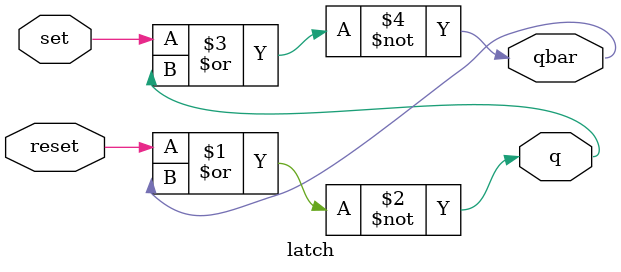
<source format=v>
module latch(q,qbar,reset,set);
	output q,qbar;
	input reset,set;

	//instantiate primitives
	nor #(1)(q,reset,qbar);
	nor #(1)(qbar,set,q);



endmodule

</source>
